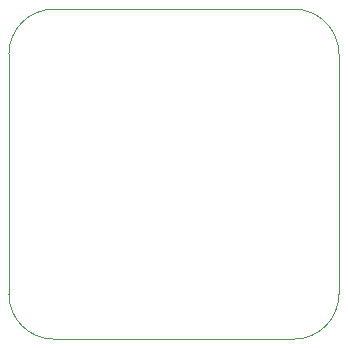
<source format=gm1>
%TF.GenerationSoftware,KiCad,Pcbnew,7.0.8*%
%TF.CreationDate,2023-10-26T16:31:04-05:00*%
%TF.ProjectId,iowa-rover-kiosk-power-cycler,696f7761-2d72-46f7-9665-722d6b696f73,rev?*%
%TF.SameCoordinates,Original*%
%TF.FileFunction,Profile,NP*%
%FSLAX46Y46*%
G04 Gerber Fmt 4.6, Leading zero omitted, Abs format (unit mm)*
G04 Created by KiCad (PCBNEW 7.0.8) date 2023-10-26 16:31:04*
%MOMM*%
%LPD*%
G01*
G04 APERTURE LIST*
%TA.AperFunction,Profile*%
%ADD10C,0.100000*%
%TD*%
G04 APERTURE END LIST*
D10*
X125730000Y-45720000D02*
X105410000Y-45720000D01*
X129540000Y-69850000D02*
X129540000Y-49530000D01*
X105410000Y-73660000D02*
X125730000Y-73660000D01*
X101600000Y-49530000D02*
X101600000Y-69850000D01*
X101600000Y-69850000D02*
G75*
G03*
X105410000Y-73660000I3810000J0D01*
G01*
X125730000Y-73660000D02*
G75*
G03*
X129540000Y-69850000I0J3810000D01*
G01*
X129540000Y-49530000D02*
G75*
G03*
X125730000Y-45720000I-3810000J0D01*
G01*
X105410000Y-45720000D02*
G75*
G03*
X101600000Y-49530000I0J-3810000D01*
G01*
M02*

</source>
